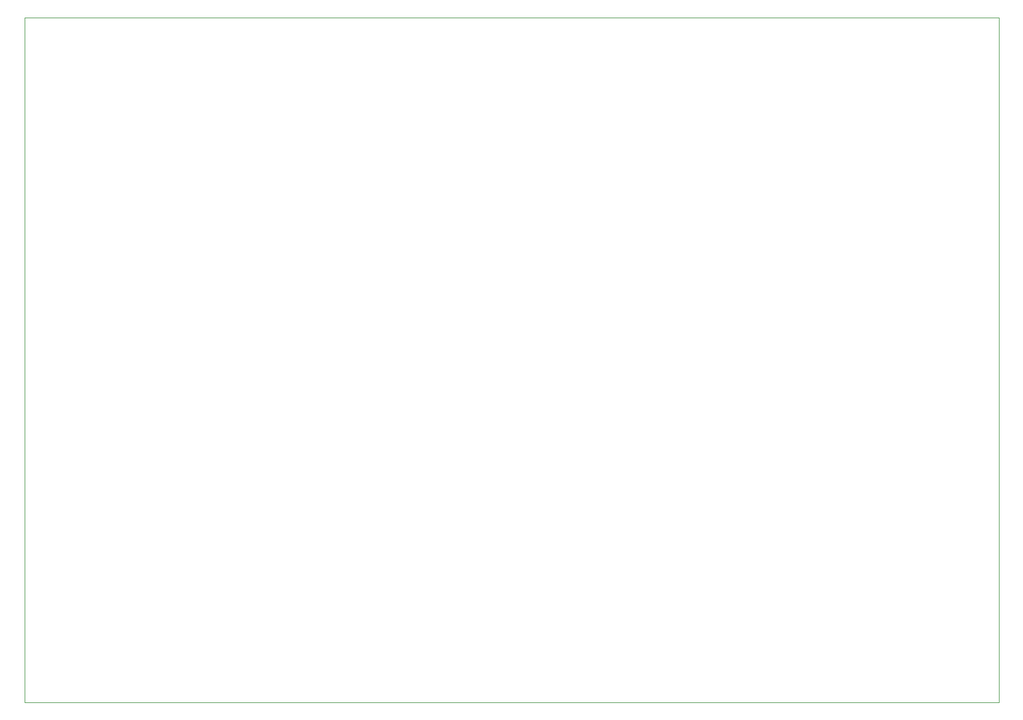
<source format=gko>
G04 (created by PCBNEW (2013-07-07 BZR 4022)-stable) date 8/1/2015 6:26:25 AM*
%MOIN*%
G04 Gerber Fmt 3.4, Leading zero omitted, Abs format*
%FSLAX34Y34*%
G01*
G70*
G90*
G04 APERTURE LIST*
%ADD10C,0.00590551*%
%ADD11C,0.00393701*%
G04 APERTURE END LIST*
G54D10*
G54D11*
X52854Y-68503D02*
X52854Y-68897D01*
X53149Y-68897D02*
X52854Y-68897D01*
X108169Y-68897D02*
X108169Y-68602D01*
X52854Y-30019D02*
X52854Y-68602D01*
X108169Y-30019D02*
X52854Y-30019D01*
X108169Y-68602D02*
X108169Y-30019D01*
X53149Y-68897D02*
X108169Y-68897D01*
M02*

</source>
